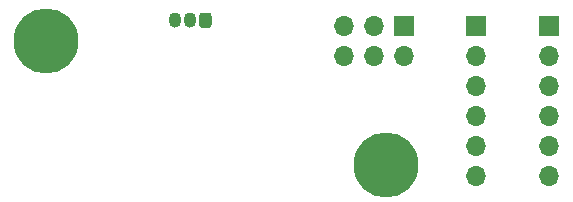
<source format=gbr>
%TF.GenerationSoftware,KiCad,Pcbnew,(5.1.9)-1*%
%TF.CreationDate,2021-02-27T13:09:48+00:00*%
%TF.ProjectId,filaSens-attiny84,66696c61-5365-46e7-932d-617474696e79,rev?*%
%TF.SameCoordinates,Original*%
%TF.FileFunction,Soldermask,Bot*%
%TF.FilePolarity,Negative*%
%FSLAX46Y46*%
G04 Gerber Fmt 4.6, Leading zero omitted, Abs format (unit mm)*
G04 Created by KiCad (PCBNEW (5.1.9)-1) date 2021-02-27 13:09:48*
%MOMM*%
%LPD*%
G01*
G04 APERTURE LIST*
%ADD10O,1.700000X1.700000*%
%ADD11R,1.700000X1.700000*%
%ADD12C,5.500000*%
%ADD13O,1.050000X1.300000*%
G04 APERTURE END LIST*
D10*
%TO.C,J3*%
X152979600Y-101028500D03*
X152979600Y-98488500D03*
X155519600Y-101028500D03*
X155519600Y-98488500D03*
X158059600Y-101028500D03*
D11*
X158059600Y-98488500D03*
%TD*%
D12*
%TO.C,H1*%
X156601100Y-110203600D03*
%TD*%
%TO.C,H2*%
X127801100Y-99703600D03*
%TD*%
D13*
%TO.C,U3*%
X140011100Y-97979400D03*
X138741100Y-97979400D03*
G36*
G01*
X141806100Y-97579300D02*
X141806100Y-98379500D01*
G75*
G02*
X141556200Y-98629400I-249900J0D01*
G01*
X141006000Y-98629400D01*
G75*
G02*
X140756100Y-98379500I0J249900D01*
G01*
X140756100Y-97579300D01*
G75*
G02*
X141006000Y-97329400I249900J0D01*
G01*
X141556200Y-97329400D01*
G75*
G02*
X141806100Y-97579300I0J-249900D01*
G01*
G37*
%TD*%
D11*
%TO.C,J1*%
X164166100Y-98488500D03*
D10*
X164166100Y-101028500D03*
X164166100Y-103568500D03*
X164166100Y-106108500D03*
X164166100Y-108648500D03*
X164166100Y-111188500D03*
%TD*%
D11*
%TO.C,J2*%
X170383200Y-98488500D03*
D10*
X170383200Y-101028500D03*
X170383200Y-103568500D03*
X170383200Y-106108500D03*
X170383200Y-108648500D03*
X170383200Y-111188500D03*
%TD*%
M02*

</source>
